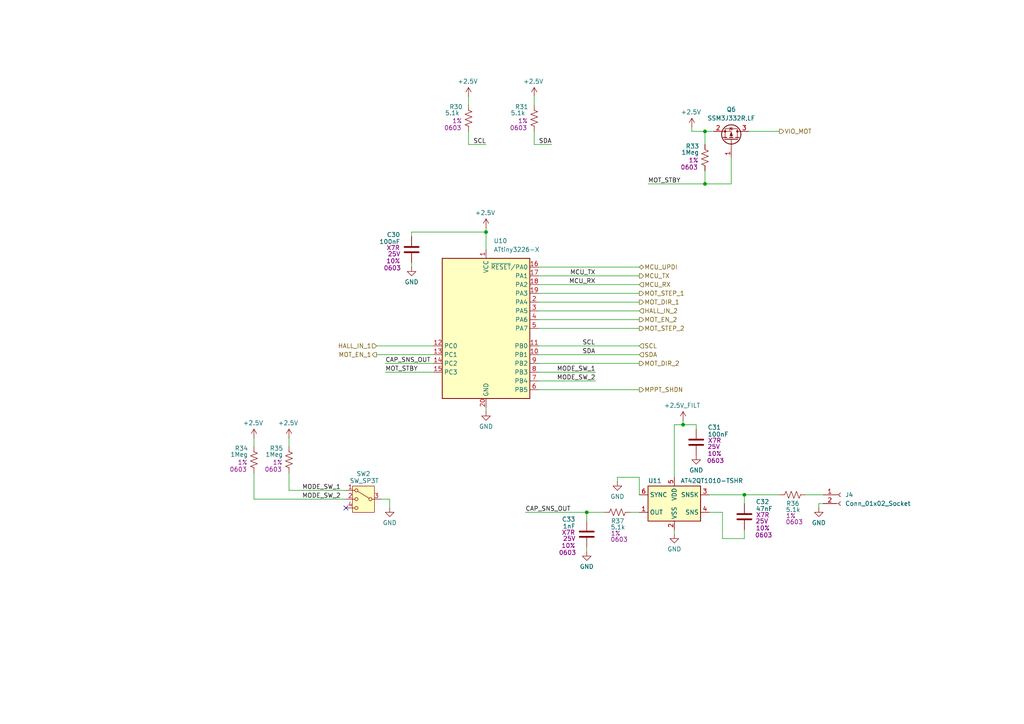
<source format=kicad_sch>
(kicad_sch (version 20231120) (generator "eeschema") (generator_version "8.0")
  (paper "A4")
  (title_block (title "KSS V50") (date "2024-09-23") (rev "A") (company "Aidan P."))
  (lib_symbols
    (symbol "Connector:Conn_01x02_Socket" (pin_names (offset 1.016) hide)
      (property "Reference" "J" (at 0 2.54 0))
      (property "Value" "Conn_01x02_Socket" (at 0 -5.08 0))
      (symbol "Conn_01x02_Socket_1_1"
        (arc (start 0 -2.032) (mid -0.5058 -2.54) (end 0 -3.048) (stroke (width 0.1524)))
        (polyline (pts (xy -1.27 -2.54) (xy -0.508 -2.54)) (stroke (width 0.1524)))
        (polyline (pts (xy -1.27 0) (xy -0.508 0)) (stroke (width 0.1524)))
        (arc (start 0 0.508) (mid -0.5058 0) (end 0 -0.508) (stroke (width 0.1524)))
        (pin passive line (at -5.08 0 0) (length 3.81) (name "Pin_1") (number "1"))
        (pin passive line (at -5.08 -2.54 0) (length 3.81) (name "Pin_2") (number "2"))
      )
    )
    (symbol "Device:C" (pin_numbers hide) (pin_names (offset 0.254))
      (property "Reference" "C" (at 0.635 2.54 0))
      (property "Value" "C" (at 0.635 -2.54 0))
      (symbol "C_0_1"
        (polyline (pts (xy -2.032 -0.762) (xy 2.032 -0.762)) (stroke (width 0.508)))
        (polyline (pts (xy -2.032 0.762) (xy 2.032 0.762)) (stroke (width 0.508)))
      )
      (symbol "C_1_1"
        (pin passive line (at 0 3.81 270) (length 2.794) (name "~") (number "1"))
        (pin passive line (at 0 -3.81 90) (length 2.794) (name "~") (number "2"))
      )
    )
    (symbol "Device:Q_PMOS_GSD" (pin_names (offset 0) hide)
      (property "Reference" "Q" (at 5.08 1.27 0))
      (property "Value" "Q_PMOS_GSD" (at 5.08 -1.27 0))
      (symbol "Q_PMOS_GSD_0_1"
        (polyline (pts (xy 0.254 0) (xy -2.54 0)))
        (polyline (pts (xy 0.254 1.905) (xy 0.254 -1.905)) (stroke (width 0.254)))
        (polyline (pts (xy 0.762 -1.27) (xy 0.762 -2.286)) (stroke (width 0.254)))
        (polyline (pts (xy 0.762 0.508) (xy 0.762 -0.508)) (stroke (width 0.254)))
        (polyline (pts (xy 0.762 2.286) (xy 0.762 1.27)) (stroke (width 0.254)))
        (polyline (pts (xy 2.54 2.54) (xy 2.54 1.778)))
        (polyline (pts (xy 2.54 -2.54) (xy 2.54 0) (xy 0.762 0)))
        (polyline (pts (xy 0.762 1.778) (xy 3.302 1.778) (xy 3.302 -1.778) (xy 0.762 -1.778)))
        (polyline (pts (xy 2.286 0) (xy 1.27 0.381) (xy 1.27 -0.381) (xy 2.286 0)) (fill (type outline)))
        (polyline (pts (xy 2.794 -0.508) (xy 2.921 -0.381) (xy 3.683 -0.381) (xy 3.81 -0.254)))
        (polyline (pts (xy 3.302 -0.381) (xy 2.921 0.254) (xy 3.683 0.254) (xy 3.302 -0.381)))
        (circle (center 1.651 0) (radius 2.794) (stroke (width 0.254)))
        (circle (center 2.54 -1.778) (radius 0.254) (fill (type outline)))
        (circle (center 2.54 1.778) (radius 0.254) (fill (type outline)))
      )
      (symbol "Q_PMOS_GSD_1_1"
        (pin input line (at -5.08 0 0) (length 2.54) (name "G") (number "1"))
        (pin passive line (at 2.54 -5.08 90) (length 2.54) (name "S") (number "2"))
        (pin passive line (at 2.54 5.08 270) (length 2.54) (name "D") (number "3"))
      )
    )
    (symbol "Device:R_US" (pin_numbers hide) (pin_names (offset 0))
      (property "Reference" "R" (at 2.54 0 90))
      (property "Value" "R_US" (at -2.54 0 90))
      (symbol "R_US_0_1"
        (polyline (pts (xy 0 -2.286) (xy 0 -2.54)))
        (polyline (pts (xy 0 2.286) (xy 0 2.54)))
        (polyline (pts (xy 0 -0.762) (xy 1.016 -1.143) (xy 0 -1.524) (xy -1.016 -1.905) (xy 0 -2.286)))
        (polyline (pts (xy 0 0.762) (xy 1.016 0.381) (xy 0 0) (xy -1.016 -0.381) (xy 0 -0.762)))
        (polyline (pts (xy 0 2.286) (xy 1.016 1.905) (xy 0 1.524) (xy -1.016 1.143) (xy 0 0.762)))
      )
      (symbol "R_US_1_1"
        (pin passive line (at 0 3.81 270) (length 1.27) (name "~") (number "1"))
        (pin passive line (at 0 -3.81 90) (length 1.27) (name "~") (number "2"))
      )
    )
    (symbol "MCU_Microchip_ATtiny:ATtiny3226-X"
      (property "Reference" "U" (at -12.7 21.59 0))
      (property "Value" "ATtiny3226-X" (at 2.54 -21.59 0))
      (symbol "ATtiny3226-X_0_1"
        (rectangle (start -12.7 -20.32) (end 12.7 20.32) (stroke (width 0.254)) (fill (type background)))
      )
      (symbol "ATtiny3226-X_1_1"
        (pin power_in line (at 0 22.86 270) (length 2.54) (name "VCC") (number "1"))
        (pin bidirectional line (at 15.24 -7.62 180) (length 2.54) (name "PB1") (number "10"))
        (pin bidirectional line (at 15.24 -5.08 180) (length 2.54) (name "PB0") (number "11"))
        (pin bidirectional line (at -15.24 -5.08 0) (length 2.54) (name "PC0") (number "12"))
        (pin bidirectional line (at -15.24 -7.62 0) (length 2.54) (name "PC1") (number "13"))
        (pin bidirectional line (at -15.24 -10.16 0) (length 2.54) (name "PC2") (number "14"))
        (pin bidirectional line (at -15.24 -12.7 0) (length 2.54) (name "PC3") (number "15"))
        (pin bidirectional line (at 15.24 17.78 180) (length 2.54) (name "~{RESET}/PA0") (number "16"))
        (pin bidirectional line (at 15.24 15.24 180) (length 2.54) (name "PA1") (number "17"))
        (pin bidirectional line (at 15.24 12.7 180) (length 2.54) (name "PA2") (number "18"))
        (pin bidirectional line (at 15.24 10.16 180) (length 2.54) (name "PA3") (number "19"))
        (pin bidirectional line (at 15.24 7.62 180) (length 2.54) (name "PA4") (number "2"))
        (pin power_in line (at 0 -22.86 90) (length 2.54) (name "GND") (number "20"))
        (pin bidirectional line (at 15.24 5.08 180) (length 2.54) (name "PA5") (number "3"))
        (pin bidirectional line (at 15.24 2.54 180) (length 2.54) (name "PA6") (number "4"))
        (pin bidirectional line (at 15.24 0 180) (length 2.54) (name "PA7") (number "5"))
        (pin bidirectional line (at 15.24 -17.78 180) (length 2.54) (name "PB5") (number "6"))
        (pin bidirectional line (at 15.24 -15.24 180) (length 2.54) (name "PB4") (number "7"))
        (pin bidirectional line (at 15.24 -12.7 180) (length 2.54) (name "PB3") (number "8"))
        (pin bidirectional line (at 15.24 -10.16 180) (length 2.54) (name "PB2") (number "9"))
      )
    )
    (symbol "Sensor_Touch:AT42QT1010-TSHR"
      (property "Reference" "U" (at -2.54 8.255 0))
      (property "Value" "AT42QT1010-TSHR" (at -2.54 6.35 0))
      (symbol "AT42QT1010-TSHR_0_1"
        (rectangle (start -7.62 5.08) (end 7.62 -5.08) (stroke (width 0.254)) (fill (type background)))
      )
      (symbol "AT42QT1010-TSHR_1_1"
        (pin output line (at -10.16 -2.54 0) (length 2.54) (name "OUT") (number "1"))
        (pin power_in line (at 0 -7.62 90) (length 2.54) (name "VSS") (number "2"))
        (pin passive line (at 10.16 2.54 180) (length 2.54) (name "SNSK") (number "3"))
        (pin passive line (at 10.16 -2.54 180) (length 2.54) (name "SNS") (number "4"))
        (pin power_in line (at 0 7.62 270) (length 2.54) (name "VDD") (number "5"))
        (pin input line (at -10.16 2.54 0) (length 2.54) (name "SYNC") (number "6"))
      )
    )
    (symbol "Switch:SW_SP3T" (pin_names (offset 0) hide)
      (property "Reference" "SW" (at 0 5.08 0))
      (property "Value" "SW_SP3T" (at 0 -5.08 0))
      (symbol "SW_SP3T_0_1"
        (circle (center -2.032 0) (radius 0.4572))
        (polyline (pts (xy -1.651 0.254) (xy 1.651 2.286)))
        (circle (center 2.032 -2.54) (radius 0.4572))
        (circle (center 2.032 0) (radius 0.4572))
        (circle (center 2.032 2.54) (radius 0.4572))
      )
      (symbol "SW_SP3T_1_1"
        (rectangle (start -3.175 3.81) (end 3.175 -3.81) (fill (type background)))
        (pin passive line (at 5.08 2.54 180) (length 2.54) (name "1") (number "1"))
        (pin passive line (at 5.08 0 180) (length 2.54) (name "2") (number "2"))
        (pin passive line (at -5.08 0 0) (length 2.54) (name "3") (number "3"))
        (pin passive line (at 5.08 -2.54 180) (length 2.54) (name "4") (number "4"))
      )
    )
    (symbol "power:+3.3V" (power) (pin_numbers hide) (pin_names (offset 0) hide)
      (property "Value" "+3.3V" (at 0 3.556 0))
      (symbol "+3.3V_0_1"
        (polyline (pts (xy -0.762 1.27) (xy 0 2.54)))
        (polyline (pts (xy 0 0) (xy 0 2.54)))
        (polyline (pts (xy 0 2.54) (xy 0.762 1.27)))
      )
      (symbol "+3.3V_1_1"
        (pin power_in line (at 0 0 90) (length 0) (name "~") (number "1"))
      )
    )
    (symbol "power:GND" (power) (pin_numbers hide) (pin_names (offset 0) hide)
      (property "Value" "GND" (at 0 -3.81 0))
      (symbol "GND_0_1"
        (polyline (pts (xy 0 0) (xy 0 -1.27) (xy 1.27 -1.27) (xy 0 -2.54) (xy -1.27 -1.27) (xy 0 -1.27)))
      )
      (symbol "GND_1_1"
        (pin power_in line (at 0 0 270) (length 0) (name "~") (number "1"))
      )
    )
  )
  (junction (at 198.12 123.19))
  (junction (at 140.97 67.31))
  (junction (at 215.9 143.51))
  (junction (at 204.47 38.1))
  (junction (at 204.47 53.34))
  (junction (at 170.18 148.59))
  (no_connect (at 100.33 147.32))
  (wire (pts (xy 156.21 85.09) (xy 185.42 85.09)))
  (wire (pts (xy 200.66 38.1) (xy 200.66 36.83)))
  (wire (pts (xy 160.02 41.91) (xy 154.94 41.91)))
  (wire (pts (xy 156.21 92.71) (xy 185.42 92.71)))
  (wire (pts (xy 156.21 87.63) (xy 185.42 87.63)))
  (wire (pts (xy 119.38 76.2) (xy 119.38 77.47)))
  (wire (pts (xy 170.18 151.13) (xy 170.18 148.59)))
  (wire (pts (xy 195.58 153.67) (xy 195.58 154.94)))
  (wire (pts (xy 125.73 102.87) (xy 109.22 102.87)))
  (wire (pts (xy 152.4 148.59) (xy 170.18 148.59)))
  (wire (pts (xy 215.9 143.51) (xy 215.9 146.05)))
  (wire (pts (xy 156.21 107.95) (xy 172.72 107.95)))
  (wire (pts (xy 83.82 142.24) (xy 100.33 142.24)))
  (wire (pts (xy 179.07 138.43) (xy 179.07 139.7)))
  (wire (pts (xy 209.55 156.21) (xy 209.55 148.59)))
  (wire (pts (xy 185.42 143.51) (xy 185.42 138.43)))
  (wire (pts (xy 212.09 45.72) (xy 212.09 53.34)))
  (wire (pts (xy 140.97 66.04) (xy 140.97 67.31)))
  (wire (pts (xy 113.03 144.78) (xy 113.03 147.32)))
  (wire (pts (xy 215.9 156.21) (xy 209.55 156.21)))
  (wire (pts (xy 198.12 121.92) (xy 198.12 123.19)))
  (wire (pts (xy 154.94 27.94) (xy 154.94 30.48)))
  (wire (pts (xy 156.21 102.87) (xy 185.42 102.87)))
  (wire (pts (xy 198.12 123.19) (xy 201.93 123.19)))
  (wire (pts (xy 233.68 143.51) (xy 238.76 143.51)))
  (wire (pts (xy 156.21 110.49) (xy 172.72 110.49)))
  (wire (pts (xy 156.21 80.01) (xy 185.42 80.01)))
  (wire (pts (xy 182.88 148.59) (xy 185.42 148.59)))
  (wire (pts (xy 140.97 67.31) (xy 140.97 72.39)))
  (wire (pts (xy 125.73 105.41) (xy 111.76 105.41)))
  (wire (pts (xy 156.21 100.33) (xy 185.42 100.33)))
  (wire (pts (xy 73.66 127) (xy 73.66 129.54)))
  (wire (pts (xy 198.12 123.19) (xy 195.58 123.19)))
  (wire (pts (xy 83.82 127) (xy 83.82 129.54)))
  (wire (pts (xy 204.47 53.34) (xy 204.47 49.53)))
  (wire (pts (xy 156.21 90.17) (xy 185.42 90.17)))
  (wire (pts (xy 201.93 124.46) (xy 201.93 123.19)))
  (wire (pts (xy 170.18 158.75) (xy 170.18 160.02)))
  (wire (pts (xy 154.94 41.91) (xy 154.94 38.1)))
  (wire (pts (xy 187.96 53.34) (xy 204.47 53.34)))
  (wire (pts (xy 140.97 118.11) (xy 140.97 119.38)))
  (wire (pts (xy 156.21 95.25) (xy 185.42 95.25)))
  (wire (pts (xy 207.01 38.1) (xy 204.47 38.1)))
  (wire (pts (xy 110.49 144.78) (xy 113.03 144.78)))
  (wire (pts (xy 156.21 105.41) (xy 185.42 105.41)))
  (wire (pts (xy 209.55 148.59) (xy 205.74 148.59)))
  (wire (pts (xy 156.21 82.55) (xy 185.42 82.55)))
  (wire (pts (xy 156.21 113.03) (xy 185.42 113.03)))
  (wire (pts (xy 204.47 38.1) (xy 204.47 41.91)))
  (wire (pts (xy 215.9 156.21) (xy 215.9 153.67)))
  (wire (pts (xy 215.9 143.51) (xy 226.06 143.51)))
  (wire (pts (xy 195.58 123.19) (xy 195.58 138.43)))
  (wire (pts (xy 156.21 77.47) (xy 185.42 77.47)))
  (wire (pts (xy 83.82 142.24) (xy 83.82 137.16)))
  (wire (pts (xy 119.38 67.31) (xy 140.97 67.31)))
  (wire (pts (xy 212.09 53.34) (xy 204.47 53.34)))
  (wire (pts (xy 73.66 144.78) (xy 100.33 144.78)))
  (wire (pts (xy 135.89 27.94) (xy 135.89 30.48)))
  (wire (pts (xy 204.47 38.1) (xy 200.66 38.1)))
  (wire (pts (xy 111.76 107.95) (xy 125.73 107.95)))
  (wire (pts (xy 217.17 38.1) (xy 226.06 38.1)))
  (wire (pts (xy 185.42 138.43) (xy 179.07 138.43)))
  (wire (pts (xy 119.38 67.31) (xy 119.38 68.58)))
  (wire (pts (xy 140.97 41.91) (xy 135.89 41.91)))
  (wire (pts (xy 205.74 143.51) (xy 215.9 143.51)))
  (wire (pts (xy 237.49 146.05) (xy 237.49 147.32)))
  (wire (pts (xy 238.76 146.05) (xy 237.49 146.05)))
  (wire (pts (xy 125.73 100.33) (xy 109.22 100.33)))
  (wire (pts (xy 170.18 148.59) (xy 175.26 148.59)))
  (wire (pts (xy 135.89 41.91) (xy 135.89 38.1)))
  (wire (pts (xy 73.66 144.78) (xy 73.66 137.16)))
  (label "SDA" (at 168.91 102.87 0))
  (label "MODE_SW_1" (at 172.72 107.95 180))
  (label "MOT_STBY" (at 187.96 53.34 0))
  (label "SCL" (at 140.97 41.91 180))
  (label "MCU_TX" (at 172.72 80.01 180))
  (label "SDA" (at 160.02 41.91 180))
  (label "MODE_SW_2" (at 87.63 144.78 0))
  (label "MODE_SW_1" (at 87.63 142.24 0))
  (label "CAP_SNS_OUT" (at 152.4 148.59 0))
  (label "MCU_RX" (at 172.72 82.55 180))
  (label "SCL" (at 168.91 100.33 0))
  (label "CAP_SNS_OUT" (at 111.76 105.41 0))
  (label "MOT_STBY" (at 111.76 107.95 0))
  (label "MODE_SW_2" (at 172.72 110.49 180))
  (hierarchical_label "MOT_EN_1" (shape output) (at 109.22 102.87 180))
  (hierarchical_label "MOT_STEP_2" (shape output) (at 185.42 95.25 0))
  (hierarchical_label "MPPT_SHDN" (shape output) (at 185.42 113.03 0))
  (hierarchical_label "MCU_UPDI" (shape bidirectional) (at 185.42 77.47 0))
  (hierarchical_label "HALL_IN_2" (shape input) (at 185.42 90.17 0))
  (hierarchical_label "VIO_MOT" (shape output) (at 226.06 38.1 0))
  (hierarchical_label "SDA" (shape input) (at 185.42 102.87 0))
  (hierarchical_label "SCL" (shape input) (at 185.42 100.33 0))
  (hierarchical_label "MCU_RX" (shape input) (at 185.42 82.55 0))
  (hierarchical_label "MOT_EN_2" (shape output) (at 185.42 92.71 0))
  (hierarchical_label "MOT_STEP_1" (shape output) (at 185.42 85.09 0))
  (hierarchical_label "MCU_TX" (shape output) (at 185.42 80.01 0))
  (hierarchical_label "MOT_DIR_1" (shape output) (at 185.42 87.63 0))
  (hierarchical_label "HALL_IN_1" (shape input) (at 109.22 100.33 180))
  (hierarchical_label "MOT_DIR_2" (shape output) (at 185.42 105.41 0))
  (symbol (lib_id "Device:R_US") (at 154.94 34.29 0) (unit 1)
    (property "Reference" "R31" (at 149.352 30.988 0) (effects (justify left)))
    (property "Value" "5.1k" (at 148.082 32.766 0) (effects (justify left)))
    (property "Footprint" "Resistor_SMD:R_0603_1608Metric" (effects (hide yes)))
    (property "Description" "Resistor, US symbol" (effects (hide yes)))
    (property "MPN" "RC0603FR-075K1L " (effects (hide yes)))
    (property "DPN" "311-5.10KHRCT-ND" (effects (hide yes)))
    (property "Package" "0603" (at 150.368 37.084 0))
    (property "Tolerance" "1%" (at 151.638 35.052 0))
  )
  (symbol (lib_id "power:+3.3V") (at 200.66 36.83 0) (unit 1)
    (property "Reference" "#PWR036" (effects (hide yes)))
    (property "Value" "+2.5V" (at 200.406 32.512 0))
    (property "Description" "Power symbol creates a global label with name \"+3.3V\"" (effects (hide yes)))
  )
  (symbol (lib_id "Device:R_US") (at 73.66 133.35 0) (unit 1)
    (property "Reference" "R34" (at 68.072 130.048 0) (effects (justify left)))
    (property "Value" "1Meg" (at 66.802 131.826 0) (effects (justify left)))
    (property "Footprint" "Resistor_SMD:R_0603_1608Metric" (effects (hide yes)))
    (property "Description" "Resistor, US symbol" (effects (hide yes)))
    (property "MPN" "RC0603FR-071ML" (effects (hide yes)))
    (property "DPN" "311-1.00MHRCT-ND" (effects (hide yes)))
    (property "Package" "0603" (at 69.088 136.144 0))
    (property "Tolerance" "1%" (at 70.358 134.112 0))
  )
  (symbol (lib_id "Connector:Conn_01x02_Socket") (at 243.84 143.51 0) (unit 1)
    (property "Reference" "J4" (at 245.11 143.5099 0) (effects (justify left)))
    (property "Value" "Conn_01x02_Socket" (at 245.11 146.0499 0) (effects (justify left)))
    (property "Footprint" "ap_built:Batt_Header" (effects (hide yes)))
    (property "Description" "Generic connector, single row, 01x02, script generated" (effects (hide yes)))
  )
  (symbol (lib_id "Device:R_US") (at 179.07 148.59 90) (unit 1)
    (property "Reference" "R37" (at 181.102 151.13 90) (effects (justify left)))
    (property "Value" "5.1k" (at 181.356 152.908 90) (effects (justify left)))
    (property "Footprint" "Resistor_SMD:R_0603_1608Metric" (effects (hide yes)))
    (property "Description" "Resistor, US symbol" (effects (hide yes)))
    (property "MPN" "RC0603FR-075K1L " (effects (hide yes)))
    (property "DPN" "311-5.10KHRCT-ND" (effects (hide yes)))
    (property "Package" "0603" (at 179.578 156.464 90))
    (property "Tolerance" "1%" (at 178.562 154.686 90))
  )
  (symbol (lib_id "Device:Q_PMOS_GSD") (at 212.09 40.64 270) (mirror x) (unit 1)
    (property "Reference" "Q6" (at 212.09 31.75 90))
    (property "Value" "SSM3J332R,LF" (at 212.09 34.29 90))
    (property "Footprint" "Package_TO_SOT_SMD:SOT-23-3" (effects (hide yes)))
    (property "Description" "P-MOSFET transistor, gate/source/drain" (effects (hide yes)))
    (property "MPN" "SSM3J332R,LF" (effects (hide yes)))
    (property "DPN" "SSM3J332RLFCT-ND" (effects (hide yes)))
  )
  (symbol (lib_id "MCU_Microchip_ATtiny:ATtiny3226-X") (at 140.97 95.25 0) (unit 1)
    (property "Reference" "U10" (at 143.1641 69.85 0) (effects (justify left)))
    (property "Value" "ATtiny3226-X" (at 143.1641 72.39 0) (effects (justify left)))
    (property "Footprint" "Package_SO:SSOP-20_5.3x7.2mm_P0.65mm" (effects (hide yes)))
    (property "Datasheet" "https://ww1.microchip.com/downloads/en/DeviceDoc/ATtiny3224-3226-3227-Data-Sheet-DS40002345A.pdf" (effects (hide yes)))
    (property "Description" "20MHz, 32kB Flash, 3kB SRAM, 256B EEPROM, SSOP-20" (effects (hide yes)))
    (property "DPN" "150-ATTINY3226-XF-ND " (effects (hide yes)))
  )
  (symbol (lib_id "power:GND") (at 237.49 147.32 0) (mirror y) (unit 1)
    (property "Reference" "#PWR084" (effects (hide yes)))
    (property "Value" "GND" (at 237.49 151.638 0))
    (property "Description" "Power symbol creates a global label with name \"GND\" , ground" (effects (hide yes)))
  )
  (symbol (lib_id "power:GND") (at 170.18 160.02 0) (mirror y) (unit 1)
    (property "Reference" "#PWR087" (effects (hide yes)))
    (property "Value" "GND" (at 170.18 164.338 0))
    (property "Description" "Power symbol creates a global label with name \"GND\" , ground" (effects (hide yes)))
  )
  (symbol (lib_id "power:+3.3V") (at 135.89 27.94 0) (unit 1)
    (property "Reference" "#PWR070" (effects (hide yes)))
    (property "Value" "+2.5V" (at 135.636 23.622 0))
    (property "Description" "Power symbol creates a global label with name \"+3.3V\"" (effects (hide yes)))
  )
  (symbol (lib_id "power:GND") (at 113.03 147.32 0) (mirror y) (unit 1)
    (property "Reference" "#PWR085" (effects (hide yes)))
    (property "Value" "GND" (at 113.03 151.638 0))
    (property "Description" "Power symbol creates a global label with name \"GND\" , ground" (effects (hide yes)))
  )
  (symbol (lib_id "Device:R_US") (at 135.89 34.29 0) (unit 1)
    (property "Reference" "R30" (at 130.302 30.988 0) (effects (justify left)))
    (property "Value" "5.1k" (at 129.032 32.766 0) (effects (justify left)))
    (property "Footprint" "Resistor_SMD:R_0603_1608Metric" (effects (hide yes)))
    (property "Description" "Resistor, US symbol" (effects (hide yes)))
    (property "MPN" "RC0603FR-075K1L " (effects (hide yes)))
    (property "DPN" "311-5.10KHRCT-ND" (effects (hide yes)))
    (property "Package" "0603" (at 131.318 37.084 0))
    (property "Tolerance" "1%" (at 132.588 35.052 0))
  )
  (symbol (lib_id "Device:C") (at 170.18 154.94 0) (mirror y) (unit 1)
    (property "Reference" "C33" (at 166.878 150.622 0) (effects (justify left)))
    (property "Value" "1nF" (at 166.878 152.654 0) (effects (justify left)))
    (property "Footprint" "Capacitor_SMD:C_0603_1608Metric" (effects (hide yes)))
    (property "Description" "Unpolarized capacitor" (effects (hide yes)))
    (property "MPN" "CC0603KRX7R8BB102" (effects (hide yes)))
    (property "DPN" "311-3589-1-ND" (effects (hide yes)))
    (property "Tolerance" "10%" (at 164.846 158.242 0))
    (property "Dialectric" "X7R" (at 164.846 154.432 0))
    (property "Voltage Rating" "25V" (at 165.1 156.21 0))
    (property "Package" "0603" (at 164.592 160.274 0))
  )
  (symbol (lib_id "Device:C") (at 201.93 128.27 0) (unit 1)
    (property "Reference" "C31" (at 205.232 123.952 0) (effects (justify left)))
    (property "Value" "100nF" (at 205.232 125.984 0) (effects (justify left)))
    (property "Footprint" "Capacitor_SMD:C_0603_1608Metric" (effects (hide yes)))
    (property "Description" "Unpolarized capacitor" (effects (hide yes)))
    (property "MPN" "CC0603KRX7R8BB104" (effects (hide yes)))
    (property "DPN" "311-1341-1-ND" (effects (hide yes)))
    (property "Tolerance" "10%" (at 207.264 131.572 0))
    (property "Dialectric" "X7R" (at 207.264 127.762 0))
    (property "Voltage Rating" "25V" (at 207.01 129.54 0))
    (property "Package" "0603" (at 207.518 133.604 0))
  )
  (symbol (lib_id "power:+3.3V") (at 83.82 127 0) (unit 1)
    (property "Reference" "#PWR080" (effects (hide yes)))
    (property "Value" "+2.5V" (at 83.566 122.682 0))
    (property "Description" "Power symbol creates a global label with name \"+3.3V\"" (effects (hide yes)))
  )
  (symbol (lib_id "power:+3.3V") (at 73.66 127 0) (unit 1)
    (property "Reference" "#PWR079" (effects (hide yes)))
    (property "Value" "+2.5V" (at 73.406 122.682 0))
    (property "Description" "Power symbol creates a global label with name \"+3.3V\"" (effects (hide yes)))
  )
  (symbol (lib_id "power:+3.3V") (at 198.12 121.92 0) (unit 1)
    (property "Reference" "#PWR0122" (effects (hide yes)))
    (property "Value" "+2.5V_FILT" (at 197.866 117.602 0))
    (property "Description" "Power symbol creates a global label with name \"+3.3V\"" (effects (hide yes)))
  )
  (symbol (lib_id "power:GND") (at 119.38 77.47 0) (unit 1)
    (property "Reference" "#PWR052" (effects (hide yes)))
    (property "Value" "GND" (at 119.38 81.788 0))
    (property "Description" "Power symbol creates a global label with name \"GND\" , ground" (effects (hide yes)))
  )
  (symbol (lib_id "power:GND") (at 201.93 132.08 0) (mirror y) (unit 1)
    (property "Reference" "#PWR082" (effects (hide yes)))
    (property "Value" "GND" (at 201.93 136.398 0))
    (property "Description" "Power symbol creates a global label with name \"GND\" , ground" (effects (hide yes)))
  )
  (symbol (lib_id "power:GND") (at 195.58 154.94 0) (mirror y) (unit 1)
    (property "Reference" "#PWR086" (effects (hide yes)))
    (property "Value" "GND" (at 195.58 159.258 0))
    (property "Description" "Power symbol creates a global label with name \"GND\" , ground" (effects (hide yes)))
  )
  (symbol (lib_id "power:GND") (at 179.07 139.7 0) (mirror y) (unit 1)
    (property "Reference" "#PWR083" (effects (hide yes)))
    (property "Value" "GND" (at 179.07 144.018 0))
    (property "Description" "Power symbol creates a global label with name \"GND\" , ground" (effects (hide yes)))
  )
  (symbol (lib_id "Switch:SW_SP3T") (at 105.41 144.78 0) (mirror y) (unit 1)
    (property "Reference" "SW2" (at 105.41 137.414 0))
    (property "Value" "SW_SP3T" (at 105.664 139.446 0))
    (property "Footprint" "ap_built:CS-4-13NTA" (effects (hide yes)))
    (property "Description" "Switch, three position, single pole triple throw, 3 position switch, SP3T" (effects (hide yes)))
    (property "DPN" "563-1035-1-ND" (effects (hide yes)))
    (property "MPN" "CS-4-13NTA " (effects (hide yes)))
  )
  (symbol (lib_id "Sensor_Touch:AT42QT1010-TSHR") (at 195.58 146.05 0) (unit 1)
    (property "Reference" "U11" (at 187.96 139.446 0) (effects (justify left)))
    (property "Value" "AT42QT1010-TSHR" (at 197.358 139.446 0) (effects (justify left)))
    (property "Footprint" "Package_TO_SOT_SMD:SOT-23-6" (effects (hide yes)))
    (property "Datasheet" "http://ww1.microchip.com/downloads/en/DeviceDoc/40001946A.pdf" (effects (hide yes)))
    (property "Description" "Single-key Touch Sensor, SOT-23-6" (effects (hide yes)))
    (property "DPN" "AT42QT1010-TSHRCT-ND" (effects (hide yes)))
    (property "MPN" "AT42QT1010-TSHR" (effects (hide yes)))
  )
  (symbol (lib_id "Device:R_US") (at 229.87 143.51 90) (unit 1)
    (property "Reference" "R36" (at 231.902 146.05 90) (effects (justify left)))
    (property "Value" "5.1k" (at 232.156 147.828 90) (effects (justify left)))
    (property "Footprint" "Resistor_SMD:R_0603_1608Metric" (effects (hide yes)))
    (property "Description" "Resistor, US symbol" (effects (hide yes)))
    (property "MPN" "RC0603FR-075K1L " (effects (hide yes)))
    (property "DPN" "311-5.10KHRCT-ND" (effects (hide yes)))
    (property "Package" "0603" (at 230.378 151.384 90))
    (property "Tolerance" "1%" (at 229.362 149.606 90))
  )
  (symbol (lib_id "Device:R_US") (at 83.82 133.35 0) (unit 1)
    (property "Reference" "R35" (at 78.232 130.048 0) (effects (justify left)))
    (property "Value" "1Meg" (at 76.962 131.826 0) (effects (justify left)))
    (property "Footprint" "Resistor_SMD:R_0603_1608Metric" (effects (hide yes)))
    (property "Description" "Resistor, US symbol" (effects (hide yes)))
    (property "MPN" "RC0603FR-071ML" (effects (hide yes)))
    (property "DPN" "311-1.00MHRCT-ND" (effects (hide yes)))
    (property "Package" "0603" (at 79.248 136.144 0))
    (property "Tolerance" "1%" (at 80.518 134.112 0))
  )
  (symbol (lib_id "Device:C") (at 119.38 72.39 0) (mirror y) (unit 1)
    (property "Reference" "C30" (at 116.078 68.072 0) (effects (justify left)))
    (property "Value" "100nF" (at 116.078 70.104 0) (effects (justify left)))
    (property "Footprint" "Capacitor_SMD:C_0603_1608Metric" (effects (hide yes)))
    (property "Description" "Unpolarized capacitor" (effects (hide yes)))
    (property "MPN" "CC0603KRX7R8BB104" (effects (hide yes)))
    (property "DPN" "311-1341-1-ND" (effects (hide yes)))
    (property "Tolerance" "10%" (at 114.046 75.692 0))
    (property "Dialectric" "X7R" (at 114.046 71.882 0))
    (property "Voltage Rating" "25V" (at 114.3 73.66 0))
    (property "Package" "0603" (at 113.792 77.724 0))
  )
  (symbol (lib_id "power:+3.3V") (at 154.94 27.94 0) (unit 1)
    (property "Reference" "#PWR071" (effects (hide yes)))
    (property "Value" "+2.5V" (at 154.686 23.622 0))
    (property "Description" "Power symbol creates a global label with name \"+3.3V\"" (effects (hide yes)))
  )
  (symbol (lib_id "power:+3.3V") (at 140.97 66.04 0) (unit 1)
    (property "Reference" "#PWR030" (effects (hide yes)))
    (property "Value" "+2.5V" (at 140.716 61.722 0))
    (property "Description" "Power symbol creates a global label with name \"+3.3V\"" (effects (hide yes)))
  )
  (symbol (lib_id "Device:C") (at 215.9 149.86 0) (unit 1)
    (property "Reference" "C32" (at 219.202 145.542 0) (effects (justify left)))
    (property "Value" "47nF" (at 219.202 147.574 0) (effects (justify left)))
    (property "Footprint" "Capacitor_SMD:C_0603_1608Metric" (effects (hide yes)))
    (property "Description" "Unpolarized capacitor" (effects (hide yes)))
    (property "MPN" "CC0603KRX7R8BB473" (effects (hide yes)))
    (property "DPN" "311-1373-1-ND" (effects (hide yes)))
    (property "Tolerance" "10%" (at 221.234 153.162 0))
    (property "Dialectric" "X7R" (at 221.234 149.352 0))
    (property "Voltage Rating" "25V" (at 220.98 151.13 0))
    (property "Package" "0603" (at 221.488 155.194 0))
  )
  (symbol (lib_id "Device:R_US") (at 204.47 45.72 0) (unit 1)
    (property "Reference" "R33" (at 198.882 42.418 0) (effects (justify left)))
    (property "Value" "1Meg" (at 197.612 44.196 0) (effects (justify left)))
    (property "Footprint" "Resistor_SMD:R_0603_1608Metric" (effects (hide yes)))
    (property "Description" "Resistor, US symbol" (effects (hide yes)))
    (property "MPN" "RC0603FR-071ML" (effects (hide yes)))
    (property "DPN" "311-1.00MHRCT-ND" (effects (hide yes)))
    (property "Package" "0603" (at 199.898 48.514 0))
    (property "Tolerance" "1%" (at 201.168 46.482 0))
  )
  (symbol (lib_id "power:GND") (at 140.97 119.38 0) (mirror y) (unit 1)
    (property "Reference" "#PWR081" (effects (hide yes)))
    (property "Value" "GND" (at 140.97 123.698 0))
    (property "Description" "Power symbol creates a global label with name \"GND\" , ground" (effects (hide yes)))
  )
)
</source>
